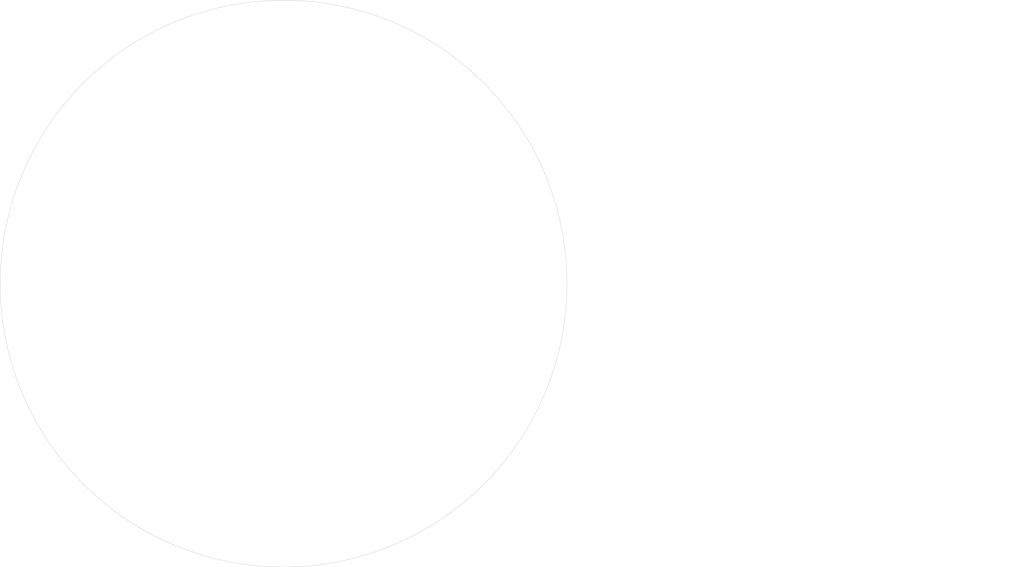
<source format=kicad_pcb>
(kicad_pcb
	(version 20240108)
	(generator "pcbnew")
	(generator_version "8.0")
	(general
		(thickness 1.6)
		(legacy_teardrops no)
	)
	(paper "A4")
	(layers
		(0 "F.Cu" signal)
		(31 "B.Cu" signal)
		(32 "B.Adhes" user "B.Adhesive")
		(33 "F.Adhes" user "F.Adhesive")
		(34 "B.Paste" user)
		(35 "F.Paste" user)
		(36 "B.SilkS" user "B.Silkscreen")
		(37 "F.SilkS" user "F.Silkscreen")
		(38 "B.Mask" user)
		(39 "F.Mask" user)
		(40 "Dwgs.User" user "User.Drawings")
		(41 "Cmts.User" user "User.Comments")
		(42 "Eco1.User" user "User.Eco1")
		(43 "Eco2.User" user "User.Eco2")
		(44 "Edge.Cuts" user)
		(45 "Margin" user)
		(46 "B.CrtYd" user "B.Courtyard")
		(47 "F.CrtYd" user "F.Courtyard")
		(48 "B.Fab" user)
		(49 "F.Fab" user)
		(50 "User.1" user)
		(51 "User.2" user)
		(52 "User.3" user)
		(53 "User.4" user)
		(54 "User.5" user)
		(55 "User.6" user)
		(56 "User.7" user)
		(57 "User.8" user)
		(58 "User.9" user)
	)
	(setup
		(pad_to_mask_clearance 0)
		(allow_soldermask_bridges_in_footprints no)
		(pcbplotparams
			(layerselection 0x00010fc_ffffffff)
			(plot_on_all_layers_selection 0x0000000_00000000)
			(disableapertmacros no)
			(usegerberextensions no)
			(usegerberattributes yes)
			(usegerberadvancedattributes yes)
			(creategerberjobfile yes)
			(dashed_line_dash_ratio 12.000000)
			(dashed_line_gap_ratio 3.000000)
			(svgprecision 4)
			(plotframeref no)
			(viasonmask no)
			(mode 1)
			(useauxorigin no)
			(hpglpennumber 1)
			(hpglpenspeed 20)
			(hpglpendiameter 15.000000)
			(pdf_front_fp_property_popups yes)
			(pdf_back_fp_property_popups yes)
			(dxfpolygonmode yes)
			(dxfimperialunits yes)
			(dxfusepcbnewfont yes)
			(psnegative no)
			(psa4output no)
			(plotreference yes)
			(plotvalue yes)
			(plotfptext yes)
			(plotinvisibletext no)
			(sketchpadsonfab no)
			(subtractmaskfromsilk no)
			(outputformat 1)
			(mirror no)
			(drillshape 1)
			(scaleselection 1)
			(outputdirectory "")
		)
	)
	(net 0 "")
	(gr_circle
		(center 146.95 93.1)
		(end 181.95 93.1)
		(stroke
			(width 0.05)
			(type default)
		)
		(fill none)
		(layer "Edge.Cuts")
		(uuid "ac4ae707-0cb5-4453-9e31-8ad16b2c9434")
	)
	(gr_text "diameter of the PCB has to be 70mm\nwith 4 holes, each 21.5mm in both direction from the center away\n\nThe center of the rotary encoder has to be 30mm from the center away\n\nthe 4 buttons also have a fixed position as soon as we finished the CAD model"
		(at 176.35 67.65 0)
		(layer "Cmts.User")
		(uuid "f0f308bc-4ae8-4f25-a794-3ab1f997b572")
		(effects
			(font
				(size 1 1)
				(thickness 0.15)
			)
			(justify left bottom)
		)
	)
)

</source>
